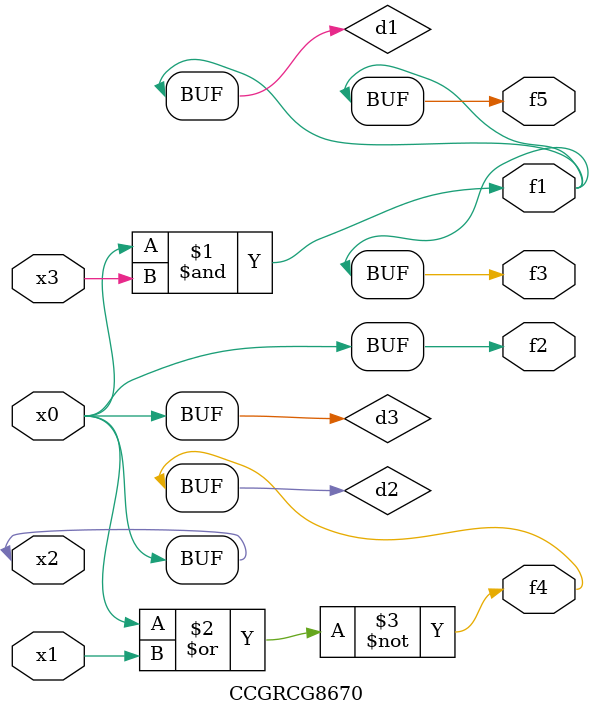
<source format=v>
module CCGRCG8670(
	input x0, x1, x2, x3,
	output f1, f2, f3, f4, f5
);

	wire d1, d2, d3;

	and (d1, x2, x3);
	nor (d2, x0, x1);
	buf (d3, x0, x2);
	assign f1 = d1;
	assign f2 = d3;
	assign f3 = d1;
	assign f4 = d2;
	assign f5 = d1;
endmodule

</source>
